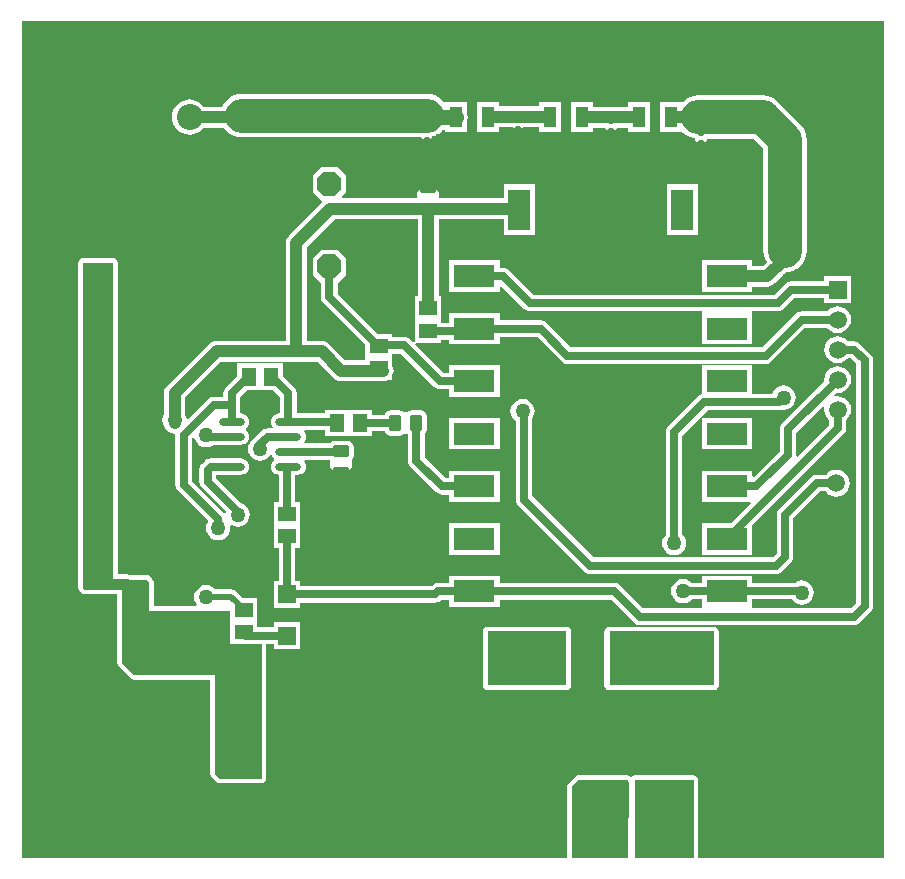
<source format=gtl>
G04 Layer_Physical_Order=1*
G04 Layer_Color=255*
%FSLAX25Y25*%
%MOIN*%
G70*
G01*
G75*
%ADD10R,0.05906X0.05118*%
%ADD11R,0.05118X0.05906*%
%ADD12R,0.05906X0.05906*%
G04:AMPARAMS|DCode=13|XSize=19.69mil|YSize=23.62mil|CornerRadius=1.97mil|HoleSize=0mil|Usage=FLASHONLY|Rotation=0.000|XOffset=0mil|YOffset=0mil|HoleType=Round|Shape=RoundedRectangle|*
%AMROUNDEDRECTD13*
21,1,0.01969,0.01969,0,0,0.0*
21,1,0.01575,0.02362,0,0,0.0*
1,1,0.00394,0.00787,-0.00984*
1,1,0.00394,-0.00787,-0.00984*
1,1,0.00394,-0.00787,0.00984*
1,1,0.00394,0.00787,0.00984*
%
%ADD13ROUNDEDRECTD13*%
G04:AMPARAMS|DCode=14|XSize=55.12mil|YSize=39.37mil|CornerRadius=4.92mil|HoleSize=0mil|Usage=FLASHONLY|Rotation=180.000|XOffset=0mil|YOffset=0mil|HoleType=Round|Shape=RoundedRectangle|*
%AMROUNDEDRECTD14*
21,1,0.05512,0.02953,0,0,180.0*
21,1,0.04528,0.03937,0,0,180.0*
1,1,0.00984,-0.02264,0.01476*
1,1,0.00984,0.02264,0.01476*
1,1,0.00984,0.02264,-0.01476*
1,1,0.00984,-0.02264,-0.01476*
%
%ADD14ROUNDEDRECTD14*%
G04:AMPARAMS|DCode=15|XSize=96.46mil|YSize=100.39mil|CornerRadius=9.65mil|HoleSize=0mil|Usage=FLASHONLY|Rotation=180.000|XOffset=0mil|YOffset=0mil|HoleType=Round|Shape=RoundedRectangle|*
%AMROUNDEDRECTD15*
21,1,0.09646,0.08110,0,0,180.0*
21,1,0.07717,0.10039,0,0,180.0*
1,1,0.01929,-0.03858,0.04055*
1,1,0.01929,0.03858,0.04055*
1,1,0.01929,0.03858,-0.04055*
1,1,0.01929,-0.03858,-0.04055*
%
%ADD15ROUNDEDRECTD15*%
%ADD16C,0.05000*%
%ADD17R,0.13780X0.07480*%
%ADD18R,0.07480X0.13780*%
%ADD19O,0.08661X0.02362*%
%ADD20R,0.04331X0.07087*%
%ADD21O,0.08000X0.13000*%
G04:AMPARAMS|DCode=22|XSize=130mil|YSize=80mil|CornerRadius=10mil|HoleSize=0mil|Usage=FLASHONLY|Rotation=90.000|XOffset=0mil|YOffset=0mil|HoleType=Round|Shape=RoundedRectangle|*
%AMROUNDEDRECTD22*
21,1,0.13000,0.06000,0,0,90.0*
21,1,0.11000,0.08000,0,0,90.0*
1,1,0.02000,0.03000,0.05500*
1,1,0.02000,0.03000,-0.05500*
1,1,0.02000,-0.03000,-0.05500*
1,1,0.02000,-0.03000,0.05500*
%
%ADD22ROUNDEDRECTD22*%
G04:AMPARAMS|DCode=23|XSize=55.12mil|YSize=39.37mil|CornerRadius=4.92mil|HoleSize=0mil|Usage=FLASHONLY|Rotation=270.000|XOffset=0mil|YOffset=0mil|HoleType=Round|Shape=RoundedRectangle|*
%AMROUNDEDRECTD23*
21,1,0.05512,0.02953,0,0,270.0*
21,1,0.04528,0.03937,0,0,270.0*
1,1,0.00984,-0.01476,-0.02264*
1,1,0.00984,-0.01476,0.02264*
1,1,0.00984,0.01476,0.02264*
1,1,0.00984,0.01476,-0.02264*
%
%ADD23ROUNDEDRECTD23*%
%ADD24C,0.02500*%
%ADD25C,0.01200*%
%ADD26C,0.03937*%
%ADD27C,0.05000*%
%ADD28C,0.11417*%
%ADD29C,0.02000*%
%ADD30R,0.26378X0.18110*%
%ADD31R,0.35039X0.18110*%
%ADD32P,0.08949X8X292.5*%
%ADD33O,0.11811X0.10236*%
%ADD34O,0.10236X0.11811*%
%ADD35C,0.05906*%
%ADD36C,0.06000*%
G04:AMPARAMS|DCode=37|XSize=60mil|YSize=60mil|CornerRadius=7.5mil|HoleSize=0mil|Usage=FLASHONLY|Rotation=90.000|XOffset=0mil|YOffset=0mil|HoleType=Round|Shape=RoundedRectangle|*
%AMROUNDEDRECTD37*
21,1,0.06000,0.04500,0,0,90.0*
21,1,0.04500,0.06000,0,0,90.0*
1,1,0.01500,0.02250,0.02250*
1,1,0.01500,0.02250,-0.02250*
1,1,0.01500,-0.02250,-0.02250*
1,1,0.01500,-0.02250,0.02250*
%
%ADD37ROUNDEDRECTD37*%
%ADD38C,0.08661*%
%ADD39C,0.19685*%
%ADD40C,0.02362*%
G36*
X1507500Y885000D02*
X1445529D01*
Y911000D01*
X1445413Y911585D01*
X1445081Y912081D01*
X1444585Y912413D01*
X1444000Y912529D01*
X1428637D01*
X1428500Y912547D01*
X1428363Y912529D01*
X1424500D01*
X1423915Y912413D01*
X1423601Y912204D01*
X1423081Y912081D01*
X1422585Y912413D01*
X1422000Y912529D01*
X1421599D01*
X1421500Y912549D01*
X1415500D01*
X1415401Y912529D01*
X1405500D01*
X1404915Y912413D01*
X1404419Y912081D01*
X1402419Y910081D01*
X1402087Y909585D01*
X1401971Y909000D01*
Y885000D01*
X1220500D01*
X1220000Y885500D01*
Y1164000D01*
X1507500D01*
Y885000D01*
D02*
G37*
G36*
X1444000D02*
X1424500D01*
Y911000D01*
X1444000D01*
Y885000D01*
D02*
G37*
G36*
X1422000D02*
X1403500D01*
Y909000D01*
X1405500Y911000D01*
X1422000D01*
Y885000D01*
D02*
G37*
%LPC*%
G36*
X1467000Y1139244D02*
X1467000Y1139244D01*
X1445500D01*
X1444087Y1139104D01*
X1442728Y1138692D01*
X1441476Y1138023D01*
X1440430Y1137165D01*
X1439980Y1137043D01*
X1439980Y1137043D01*
Y1137043D01*
X1439980Y1137043D01*
X1432650D01*
Y1126957D01*
X1439980D01*
X1439980Y1126957D01*
X1440430Y1126835D01*
X1441476Y1125977D01*
X1442728Y1125308D01*
X1444087Y1124896D01*
X1444421Y1124863D01*
X1444489Y1124761D01*
X1444532Y1124733D01*
Y1124213D01*
X1445024Y1123720D01*
X1447976D01*
X1448468Y1124213D01*
Y1124733D01*
X1448504Y1124757D01*
X1464000D01*
X1467257Y1121500D01*
Y1087500D01*
X1467396Y1086087D01*
X1467808Y1084728D01*
X1468321Y1083768D01*
X1467059Y1082506D01*
X1463591D01*
Y1084248D01*
X1446811D01*
Y1073768D01*
X1463591D01*
Y1075509D01*
X1468508D01*
X1469413Y1075629D01*
X1470257Y1075978D01*
X1470982Y1076534D01*
X1474726Y1080279D01*
X1475913Y1080396D01*
X1477272Y1080808D01*
X1478524Y1081477D01*
X1479622Y1082378D01*
X1480523Y1083476D01*
X1481192Y1084728D01*
X1481604Y1086087D01*
X1481744Y1087500D01*
Y1124500D01*
X1481744Y1124500D01*
X1481604Y1125913D01*
X1481192Y1127272D01*
X1480523Y1128524D01*
X1479622Y1129622D01*
X1479622Y1129622D01*
X1472122Y1137122D01*
X1471024Y1138023D01*
X1469772Y1138692D01*
X1468413Y1139104D01*
X1467000Y1139244D01*
D02*
G37*
G36*
X1399850Y1137043D02*
X1392520D01*
Y1135680D01*
X1378980D01*
Y1137043D01*
X1371650D01*
Y1126957D01*
X1378980D01*
Y1128683D01*
X1383561D01*
X1384024Y1128220D01*
X1386976D01*
X1387439Y1128683D01*
X1392520D01*
Y1126957D01*
X1399850D01*
Y1137043D01*
D02*
G37*
G36*
X1355000Y1139744D02*
X1293500D01*
X1292087Y1139604D01*
X1290728Y1139192D01*
X1289476Y1138523D01*
X1288378Y1137622D01*
X1287477Y1136524D01*
X1286929Y1135498D01*
X1280672D01*
X1280143Y1136143D01*
X1279255Y1136872D01*
X1278242Y1137413D01*
X1277143Y1137746D01*
X1276000Y1137859D01*
X1274857Y1137746D01*
X1273758Y1137413D01*
X1272745Y1136872D01*
X1271857Y1136143D01*
X1271128Y1135255D01*
X1270587Y1134242D01*
X1270254Y1133143D01*
X1270141Y1132000D01*
X1270254Y1130857D01*
X1270587Y1129758D01*
X1271128Y1128745D01*
X1271857Y1127857D01*
X1272745Y1127129D01*
X1273758Y1126587D01*
X1274857Y1126254D01*
X1276000Y1126141D01*
X1277143Y1126254D01*
X1278242Y1126587D01*
X1279255Y1127129D01*
X1280143Y1127857D01*
X1280672Y1128502D01*
X1287463D01*
X1287477Y1128476D01*
X1288378Y1127378D01*
X1289476Y1126477D01*
X1290728Y1125808D01*
X1292087Y1125396D01*
X1293500Y1125257D01*
X1353032D01*
Y1125213D01*
X1353524Y1124720D01*
X1356476D01*
X1356968Y1125213D01*
Y1125564D01*
X1357772Y1125808D01*
X1359024Y1126477D01*
X1360122Y1127378D01*
X1360520Y1127863D01*
X1361020Y1127684D01*
Y1126957D01*
X1368350D01*
Y1130394D01*
X1368523Y1130756D01*
X1368542Y1130859D01*
X1368582Y1130956D01*
X1368637Y1131376D01*
X1368714Y1131792D01*
X1368706Y1131896D01*
X1368720Y1132000D01*
X1368664Y1132420D01*
X1368631Y1132842D01*
X1368596Y1132940D01*
X1368582Y1133044D01*
X1368420Y1133436D01*
X1368350Y1133632D01*
Y1137043D01*
X1361020D01*
Y1137043D01*
X1360693Y1136926D01*
X1360122Y1137622D01*
X1359024Y1138523D01*
X1357772Y1139192D01*
X1356413Y1139604D01*
X1355000Y1139744D01*
D02*
G37*
G36*
X1429350Y1137043D02*
X1422020D01*
Y1135498D01*
X1410480D01*
Y1137043D01*
X1403150D01*
Y1126957D01*
X1410480D01*
Y1128502D01*
X1414532D01*
Y1128213D01*
X1415024Y1127721D01*
X1417976D01*
X1418468Y1128213D01*
Y1128502D01*
X1422020D01*
Y1126957D01*
X1429350D01*
Y1137043D01*
D02*
G37*
G36*
X1445484Y1109543D02*
X1435004D01*
Y1092764D01*
X1445484D01*
Y1109543D01*
D02*
G37*
G36*
X1325459Y1115413D02*
X1319825D01*
X1317008Y1112597D01*
Y1106963D01*
X1319825Y1104146D01*
X1319991D01*
X1320198Y1103646D01*
X1309026Y1092474D01*
X1308470Y1091749D01*
X1308121Y1090905D01*
X1308061Y1090453D01*
X1308002Y1090000D01*
Y1057498D01*
X1285000D01*
X1284095Y1057379D01*
X1283251Y1057030D01*
X1282526Y1056474D01*
X1268526Y1042474D01*
X1267970Y1041749D01*
X1267621Y1040905D01*
X1267561Y1040453D01*
X1267502Y1040000D01*
Y1033007D01*
X1267103Y1032044D01*
X1266965Y1031000D01*
X1267103Y1029956D01*
X1267506Y1028983D01*
X1267856Y1028526D01*
X1267970Y1028251D01*
X1268526Y1027526D01*
X1269251Y1026970D01*
X1270094Y1026621D01*
X1271000Y1026502D01*
X1271258Y1026243D01*
X1271226Y1026000D01*
Y1009500D01*
X1271321Y1008782D01*
X1271598Y1008113D01*
X1272039Y1007539D01*
X1282247Y997331D01*
X1282006Y997017D01*
X1281603Y996044D01*
X1281466Y995000D01*
X1281603Y993956D01*
X1282006Y992983D01*
X1282647Y992147D01*
X1283483Y991506D01*
X1284456Y991103D01*
X1285500Y990965D01*
X1286544Y991103D01*
X1287517Y991506D01*
X1288353Y992147D01*
X1288994Y992983D01*
X1289397Y993956D01*
X1289534Y995000D01*
X1289429Y995801D01*
X1289898Y996071D01*
X1289983Y996006D01*
X1290956Y995603D01*
X1292000Y995465D01*
X1293044Y995603D01*
X1294017Y996006D01*
X1294853Y996647D01*
X1295494Y997483D01*
X1295897Y998456D01*
X1296035Y999500D01*
X1295897Y1000544D01*
X1295494Y1001517D01*
X1294853Y1002353D01*
X1294017Y1002994D01*
X1293044Y1003397D01*
X1293023Y1003400D01*
X1284774Y1011649D01*
Y1012726D01*
X1290051D01*
X1290579Y1012796D01*
X1293201D01*
X1293901Y1012888D01*
X1294553Y1013158D01*
X1295113Y1013588D01*
X1295543Y1014148D01*
X1295813Y1014800D01*
X1295905Y1015500D01*
X1295813Y1016200D01*
X1295543Y1016852D01*
X1295113Y1017412D01*
X1294553Y1017842D01*
X1293901Y1018112D01*
X1293201Y1018204D01*
X1290579D01*
X1290051Y1018274D01*
X1283000D01*
X1282282Y1018179D01*
X1281613Y1017902D01*
X1281039Y1017461D01*
X1280039Y1016461D01*
X1279598Y1015887D01*
X1279321Y1015218D01*
X1279226Y1014500D01*
Y1010500D01*
X1279321Y1009782D01*
X1279598Y1009113D01*
X1280039Y1008539D01*
X1288084Y1000494D01*
X1287996Y1000023D01*
X1287513Y999894D01*
X1287461Y999961D01*
X1276774Y1010649D01*
Y1024851D01*
X1277119Y1025196D01*
X1277592Y1025036D01*
X1277603Y1024956D01*
X1278006Y1023983D01*
X1278647Y1023147D01*
X1279483Y1022506D01*
X1280456Y1022103D01*
X1281500Y1021966D01*
X1282544Y1022103D01*
X1283517Y1022506D01*
X1283804Y1022726D01*
X1290051D01*
X1290579Y1022796D01*
X1293201D01*
X1293901Y1022888D01*
X1294553Y1023158D01*
X1295113Y1023588D01*
X1295543Y1024148D01*
X1295813Y1024800D01*
X1295905Y1025500D01*
X1295813Y1026200D01*
X1295543Y1026852D01*
X1295113Y1027412D01*
X1294743Y1027696D01*
X1294709Y1027778D01*
Y1028222D01*
X1294743Y1028304D01*
X1295113Y1028588D01*
X1295543Y1029148D01*
X1295813Y1029800D01*
X1295905Y1030500D01*
X1295813Y1031200D01*
X1295543Y1031852D01*
X1295113Y1032412D01*
X1294553Y1032842D01*
X1293901Y1033112D01*
X1293201Y1033204D01*
X1292825D01*
Y1038839D01*
X1295033Y1041047D01*
X1303967D01*
X1306175Y1038839D01*
Y1033204D01*
X1305799D01*
X1305099Y1033112D01*
X1304447Y1032842D01*
X1303887Y1032412D01*
X1303457Y1031852D01*
X1303187Y1031200D01*
X1303095Y1030500D01*
X1303187Y1029800D01*
X1303457Y1029148D01*
X1303744Y1028774D01*
X1303507Y1028274D01*
X1302000D01*
X1301282Y1028179D01*
X1300613Y1027902D01*
X1300039Y1027461D01*
X1297634Y1025057D01*
X1297483Y1024994D01*
X1296647Y1024353D01*
X1296006Y1023517D01*
X1295603Y1022544D01*
X1295465Y1021500D01*
X1295603Y1020456D01*
X1296006Y1019483D01*
X1296647Y1018647D01*
X1297483Y1018006D01*
X1298456Y1017603D01*
X1299500Y1017465D01*
X1300544Y1017603D01*
X1301517Y1018006D01*
X1302353Y1018647D01*
X1302853Y1019299D01*
X1303400Y1019258D01*
X1303415Y1019250D01*
X1303457Y1019148D01*
X1303887Y1018588D01*
X1304257Y1018304D01*
X1304290Y1018222D01*
Y1017778D01*
X1304257Y1017696D01*
X1303887Y1017412D01*
X1303457Y1016852D01*
X1303187Y1016200D01*
X1303095Y1015500D01*
X1303187Y1014800D01*
X1303457Y1014148D01*
X1303887Y1013588D01*
X1304447Y1013158D01*
X1305099Y1012888D01*
X1305726Y1012805D01*
Y1003799D01*
X1304047D01*
Y995681D01*
Y988201D01*
X1305726D01*
Y977343D01*
X1304047D01*
Y968437D01*
X1312953D01*
Y970116D01*
X1357890D01*
X1358608Y970210D01*
X1359277Y970488D01*
X1359851Y970928D01*
X1360039Y971116D01*
X1362559D01*
Y968650D01*
X1379339D01*
Y971116D01*
X1416461D01*
X1424039Y963539D01*
X1424613Y963098D01*
X1425282Y962821D01*
X1426000Y962726D01*
X1497500D01*
X1498218Y962821D01*
X1498887Y963098D01*
X1499461Y963539D01*
X1502961Y967039D01*
X1503402Y967613D01*
X1503679Y968282D01*
X1503774Y969000D01*
Y1051000D01*
X1503679Y1051718D01*
X1503402Y1052387D01*
X1502961Y1052961D01*
X1499461Y1056461D01*
X1498887Y1056902D01*
X1498218Y1057179D01*
X1497500Y1057274D01*
X1495484D01*
X1495176Y1057676D01*
X1494246Y1058389D01*
X1493162Y1058838D01*
X1492000Y1058991D01*
X1490838Y1058838D01*
X1489754Y1058389D01*
X1488824Y1057676D01*
X1488111Y1056746D01*
X1487662Y1055662D01*
X1487509Y1054500D01*
X1487662Y1053338D01*
X1488111Y1052254D01*
X1488824Y1051324D01*
X1489754Y1050611D01*
X1490838Y1050162D01*
X1492000Y1050009D01*
X1493162Y1050162D01*
X1494246Y1050611D01*
X1495176Y1051324D01*
X1495484Y1051726D01*
X1496351D01*
X1498226Y1049851D01*
Y970149D01*
X1496351Y968274D01*
X1463890D01*
X1463591Y968650D01*
X1463591Y968774D01*
Y971226D01*
X1476703D01*
X1477147Y970647D01*
X1477983Y970006D01*
X1478956Y969603D01*
X1480000Y969466D01*
X1481044Y969603D01*
X1482017Y970006D01*
X1482853Y970647D01*
X1483494Y971483D01*
X1483897Y972456D01*
X1484035Y973500D01*
X1483897Y974544D01*
X1483494Y975517D01*
X1482853Y976353D01*
X1482017Y976994D01*
X1481044Y977397D01*
X1480000Y977534D01*
X1478956Y977397D01*
X1477983Y976994D01*
X1477696Y976774D01*
X1463591D01*
Y979130D01*
X1446811D01*
Y976774D01*
X1443414D01*
X1443353Y976853D01*
X1442517Y977494D01*
X1441544Y977897D01*
X1440500Y978034D01*
X1439456Y977897D01*
X1438483Y977494D01*
X1437647Y976853D01*
X1437006Y976017D01*
X1436603Y975044D01*
X1436465Y974000D01*
X1436603Y972956D01*
X1437006Y971983D01*
X1437647Y971147D01*
X1438483Y970506D01*
X1439456Y970103D01*
X1440500Y969965D01*
X1441544Y970103D01*
X1442517Y970506D01*
X1443353Y971147D01*
X1443414Y971226D01*
X1446811D01*
Y968774D01*
X1446811Y968650D01*
X1446511Y968274D01*
X1427149D01*
X1419572Y975851D01*
X1418997Y976292D01*
X1418328Y976569D01*
X1417610Y976663D01*
X1379339D01*
Y979130D01*
X1362559D01*
Y976663D01*
X1358890D01*
X1358172Y976569D01*
X1357503Y976292D01*
X1356928Y975851D01*
X1356741Y975663D01*
X1312953D01*
Y977343D01*
X1311274D01*
Y988201D01*
X1312953D01*
Y995681D01*
Y1003799D01*
X1311274D01*
Y1012796D01*
X1312098D01*
X1312798Y1012888D01*
X1313451Y1013158D01*
X1314011Y1013588D01*
X1314440Y1014148D01*
X1314711Y1014800D01*
X1314803Y1015500D01*
X1314711Y1016200D01*
X1314440Y1016852D01*
X1314153Y1017226D01*
X1314390Y1017726D01*
X1322736D01*
X1322800Y1017631D01*
X1322957Y1017526D01*
Y1015130D01*
X1323744Y1014342D01*
X1329256D01*
X1330043Y1015130D01*
Y1017526D01*
X1330200Y1017631D01*
X1330640Y1018290D01*
X1330795Y1019067D01*
Y1022020D01*
X1330640Y1022797D01*
X1330200Y1023456D01*
X1329541Y1023896D01*
X1328764Y1024051D01*
X1324236D01*
X1323459Y1023896D01*
X1322800Y1023456D01*
X1322678Y1023274D01*
X1314390D01*
X1314153Y1023774D01*
X1314440Y1024148D01*
X1314711Y1024800D01*
X1314803Y1025500D01*
X1314711Y1026200D01*
X1314440Y1026852D01*
X1314153Y1027226D01*
X1314390Y1027726D01*
X1321201D01*
Y1025547D01*
X1336799D01*
Y1027226D01*
X1341051D01*
X1341104Y1026959D01*
X1341544Y1026300D01*
X1342203Y1025860D01*
X1342980Y1025705D01*
X1345933D01*
X1346710Y1025860D01*
X1347369Y1026300D01*
X1347474Y1026457D01*
X1348526D01*
X1348631Y1026300D01*
X1348770Y1026207D01*
Y1017457D01*
X1348864Y1016739D01*
X1349141Y1016070D01*
X1349582Y1015495D01*
X1358109Y1006968D01*
X1358684Y1006527D01*
X1359353Y1006250D01*
X1360071Y1006155D01*
X1362559D01*
Y1003689D01*
X1379339D01*
Y1014169D01*
X1362559D01*
Y1011703D01*
X1361220D01*
X1354317Y1018606D01*
Y1026207D01*
X1354456Y1026300D01*
X1354896Y1026959D01*
X1355051Y1027736D01*
Y1032264D01*
X1354896Y1033041D01*
X1354456Y1033700D01*
X1353797Y1034140D01*
X1353020Y1034295D01*
X1350067D01*
X1349290Y1034140D01*
X1348631Y1033700D01*
X1348526Y1033543D01*
X1347474D01*
X1347369Y1033700D01*
X1346710Y1034140D01*
X1345933Y1034295D01*
X1342980D01*
X1342203Y1034140D01*
X1341544Y1033700D01*
X1341104Y1033041D01*
X1341051Y1032774D01*
X1336799D01*
Y1034453D01*
X1321201D01*
Y1033274D01*
X1311723D01*
Y1039988D01*
X1311628Y1040706D01*
X1311351Y1041375D01*
X1310910Y1041949D01*
X1307299Y1045560D01*
Y1049953D01*
X1291701D01*
Y1045560D01*
X1288090Y1041949D01*
X1287649Y1041375D01*
X1287372Y1040706D01*
X1287277Y1039988D01*
Y1038774D01*
X1284000D01*
X1283282Y1038679D01*
X1282613Y1038402D01*
X1282039Y1037961D01*
X1275485Y1031408D01*
X1274957Y1031587D01*
X1274897Y1032044D01*
X1274498Y1033007D01*
Y1038551D01*
X1286449Y1050502D01*
X1318551D01*
X1324026Y1045026D01*
X1324751Y1044470D01*
X1325595Y1044121D01*
X1326500Y1044002D01*
X1340563D01*
X1341468Y1044121D01*
X1341662Y1044201D01*
X1343453D01*
Y1045568D01*
X1343593Y1045751D01*
X1343942Y1046595D01*
X1344061Y1047500D01*
X1343942Y1048405D01*
X1343593Y1049249D01*
X1343453Y1049432D01*
Y1053163D01*
X1346414D01*
X1357570Y1042007D01*
X1358145Y1041566D01*
X1358814Y1041289D01*
X1359531Y1041195D01*
X1362559D01*
Y1038728D01*
X1379339D01*
Y1049209D01*
X1362559D01*
Y1046742D01*
X1360680D01*
X1351222Y1056201D01*
X1351429Y1056701D01*
X1359953D01*
Y1057789D01*
X1362559D01*
Y1056248D01*
X1379339D01*
Y1058714D01*
X1391839D01*
X1400015Y1050539D01*
X1400590Y1050098D01*
X1401258Y1049821D01*
X1401976Y1049726D01*
X1468000D01*
X1468718Y1049821D01*
X1469387Y1050098D01*
X1469961Y1050539D01*
X1481149Y1061726D01*
X1488516D01*
X1488824Y1061324D01*
X1489754Y1060610D01*
X1490838Y1060162D01*
X1492000Y1060009D01*
X1493162Y1060162D01*
X1494246Y1060610D01*
X1495176Y1061324D01*
X1495889Y1062254D01*
X1496338Y1063338D01*
X1496491Y1064500D01*
X1496338Y1065662D01*
X1495889Y1066746D01*
X1495176Y1067676D01*
X1494246Y1068390D01*
X1493162Y1068838D01*
X1492000Y1068991D01*
X1490838Y1068838D01*
X1489754Y1068390D01*
X1488824Y1067676D01*
X1488516Y1067274D01*
X1480000D01*
X1479282Y1067179D01*
X1478613Y1066902D01*
X1478039Y1066461D01*
X1466851Y1055274D01*
X1403125D01*
X1394950Y1063449D01*
X1394375Y1063890D01*
X1393706Y1064167D01*
X1392988Y1064262D01*
X1379339D01*
Y1066728D01*
X1362559D01*
Y1063337D01*
X1359953D01*
Y1064181D01*
Y1072299D01*
X1358998D01*
Y1097958D01*
X1380673D01*
Y1092764D01*
X1391153D01*
Y1109543D01*
X1380673D01*
Y1104955D01*
X1359043D01*
Y1106870D01*
X1358256Y1107658D01*
X1352744D01*
X1351957Y1106870D01*
Y1104955D01*
X1326921D01*
X1326730Y1105417D01*
X1328276Y1106963D01*
Y1112597D01*
X1325459Y1115413D01*
D02*
G37*
G36*
X1379339Y1084248D02*
X1362559D01*
Y1073768D01*
X1379339D01*
Y1075532D01*
X1379839Y1075739D01*
X1387539Y1068039D01*
X1388113Y1067598D01*
X1388782Y1067321D01*
X1389500Y1067226D01*
X1446806D01*
X1446811Y1066728D01*
X1446811Y1066726D01*
Y1056248D01*
X1463591D01*
Y1066726D01*
X1463591Y1066728D01*
X1463596Y1067226D01*
X1472000D01*
X1472718Y1067321D01*
X1473387Y1067598D01*
X1473961Y1068039D01*
X1477649Y1071726D01*
X1487547D01*
Y1070047D01*
X1496453D01*
Y1078953D01*
X1487547D01*
Y1077274D01*
X1476500D01*
X1475782Y1077179D01*
X1475113Y1076902D01*
X1474539Y1076461D01*
X1470851Y1072774D01*
X1390649D01*
X1382453Y1080969D01*
X1381879Y1081410D01*
X1381210Y1081687D01*
X1380492Y1081782D01*
X1379339D01*
Y1084248D01*
D02*
G37*
G36*
X1492000Y1048991D02*
X1490838Y1048838D01*
X1489754Y1048390D01*
X1488824Y1047676D01*
X1488111Y1046746D01*
X1487662Y1045662D01*
X1487509Y1044500D01*
X1487575Y1043998D01*
X1473539Y1029961D01*
X1473098Y1029387D01*
X1472821Y1028718D01*
X1472726Y1028000D01*
Y1020649D01*
X1464091Y1012013D01*
X1463591Y1012220D01*
Y1014169D01*
X1446811D01*
Y1003689D01*
X1462904D01*
X1463096Y1003227D01*
X1456518Y996650D01*
X1446811D01*
Y986169D01*
X1463591D01*
Y995877D01*
X1493961Y1026247D01*
X1494402Y1026822D01*
X1494679Y1027491D01*
X1494774Y1028209D01*
Y1031016D01*
X1495176Y1031324D01*
X1495889Y1032254D01*
X1496338Y1033338D01*
X1496491Y1034500D01*
X1496338Y1035662D01*
X1495889Y1036746D01*
X1495176Y1037676D01*
X1494246Y1038389D01*
X1493162Y1038838D01*
X1492000Y1038991D01*
X1490988Y1038858D01*
X1490735Y1039312D01*
X1491498Y1040075D01*
X1492000Y1040009D01*
X1493162Y1040162D01*
X1494246Y1040611D01*
X1495176Y1041324D01*
X1495889Y1042254D01*
X1496338Y1043338D01*
X1496491Y1044500D01*
X1496338Y1045662D01*
X1495889Y1046746D01*
X1495176Y1047676D01*
X1494246Y1048390D01*
X1493162Y1048838D01*
X1492000Y1048991D01*
D02*
G37*
G36*
X1463591Y1049209D02*
X1446811D01*
Y1039683D01*
X1446782Y1039679D01*
X1446113Y1039402D01*
X1445539Y1038961D01*
X1435539Y1028961D01*
X1435098Y1028387D01*
X1434821Y1027718D01*
X1434726Y1027000D01*
Y992914D01*
X1434647Y992853D01*
X1434006Y992017D01*
X1433603Y991044D01*
X1433465Y990000D01*
X1433603Y988956D01*
X1434006Y987983D01*
X1434647Y987147D01*
X1435483Y986506D01*
X1436456Y986103D01*
X1437500Y985966D01*
X1438544Y986103D01*
X1439517Y986506D01*
X1440353Y987147D01*
X1440994Y987983D01*
X1441397Y988956D01*
X1441535Y990000D01*
X1441397Y991044D01*
X1440994Y992017D01*
X1440353Y992853D01*
X1440274Y992914D01*
Y1025851D01*
X1446452Y1032029D01*
X1446811Y1031681D01*
X1446811Y1031192D01*
Y1021209D01*
X1463591D01*
Y1031689D01*
X1447311D01*
X1446819Y1031689D01*
X1446471Y1032048D01*
X1448649Y1034226D01*
X1472500D01*
X1473218Y1034321D01*
X1473672Y1034509D01*
X1474000Y1034466D01*
X1475044Y1034603D01*
X1476017Y1035006D01*
X1476853Y1035647D01*
X1477494Y1036483D01*
X1477897Y1037456D01*
X1478034Y1038500D01*
X1477897Y1039544D01*
X1477494Y1040517D01*
X1476853Y1041353D01*
X1476017Y1041994D01*
X1475044Y1042397D01*
X1474000Y1042535D01*
X1472956Y1042397D01*
X1471983Y1041994D01*
X1471147Y1041353D01*
X1470506Y1040517D01*
X1470198Y1039774D01*
X1463591D01*
Y1049209D01*
D02*
G37*
G36*
X1379339Y1031689D02*
X1362559D01*
Y1021209D01*
X1379339D01*
Y1031689D01*
D02*
G37*
G36*
X1387000Y1038035D02*
X1385956Y1037897D01*
X1384983Y1037494D01*
X1384147Y1036853D01*
X1383506Y1036017D01*
X1383103Y1035044D01*
X1382965Y1034000D01*
X1383103Y1032956D01*
X1383506Y1031983D01*
X1384147Y1031147D01*
X1384726Y1030703D01*
Y1004500D01*
X1384821Y1003782D01*
X1385098Y1003113D01*
X1385539Y1002539D01*
X1407539Y980539D01*
X1408113Y980098D01*
X1408782Y979821D01*
X1409500Y979726D01*
X1471500D01*
X1472218Y979821D01*
X1472887Y980098D01*
X1473461Y980539D01*
X1476461Y983539D01*
X1476902Y984113D01*
X1477179Y984782D01*
X1477274Y985500D01*
Y998351D01*
X1486149Y1007226D01*
X1488016D01*
X1488324Y1006824D01*
X1489254Y1006110D01*
X1490338Y1005662D01*
X1491500Y1005509D01*
X1492662Y1005662D01*
X1493746Y1006110D01*
X1494676Y1006824D01*
X1495389Y1007754D01*
X1495838Y1008838D01*
X1495991Y1010000D01*
X1495838Y1011162D01*
X1495389Y1012246D01*
X1494676Y1013176D01*
X1493746Y1013890D01*
X1492662Y1014338D01*
X1491500Y1014491D01*
X1490338Y1014338D01*
X1489254Y1013890D01*
X1488324Y1013176D01*
X1488016Y1012774D01*
X1485000D01*
X1484282Y1012679D01*
X1483613Y1012402D01*
X1483039Y1011961D01*
X1472539Y1001461D01*
X1472098Y1000887D01*
X1471821Y1000218D01*
X1471726Y999500D01*
Y986649D01*
X1470351Y985274D01*
X1410649D01*
X1390274Y1005649D01*
Y1031696D01*
X1390494Y1031983D01*
X1390897Y1032956D01*
X1391035Y1034000D01*
X1390897Y1035044D01*
X1390494Y1036017D01*
X1389853Y1036853D01*
X1389017Y1037494D01*
X1388044Y1037897D01*
X1387000Y1038035D01*
D02*
G37*
G36*
X1379339Y996650D02*
X1362559D01*
Y986169D01*
X1379339D01*
Y996650D01*
D02*
G37*
G36*
X1250500Y1085029D02*
X1240500D01*
X1239915Y1084913D01*
X1239419Y1084581D01*
X1239087Y1084085D01*
X1238971Y1083500D01*
Y975000D01*
X1239087Y974415D01*
X1239419Y973919D01*
X1239919Y973419D01*
X1240415Y973087D01*
X1241000Y972971D01*
X1251971D01*
Y967500D01*
Y950000D01*
X1252087Y949415D01*
X1252419Y948919D01*
X1256419Y944919D01*
X1256915Y944587D01*
X1257500Y944471D01*
X1282971D01*
Y913000D01*
X1283087Y912415D01*
X1283419Y911919D01*
X1284919Y910419D01*
X1285415Y910087D01*
X1286000Y909971D01*
X1300000D01*
X1300585Y910087D01*
X1301081Y910419D01*
X1301413Y910915D01*
X1301529Y911500D01*
Y956336D01*
X1304047D01*
Y954657D01*
X1312953D01*
Y963563D01*
X1304047D01*
Y961884D01*
X1298453D01*
Y963681D01*
Y971799D01*
X1293743D01*
X1291739Y973802D01*
X1290913Y974355D01*
X1289937Y974549D01*
X1284586D01*
X1284353Y974853D01*
X1283517Y975494D01*
X1282544Y975897D01*
X1281500Y976035D01*
X1280456Y975897D01*
X1279483Y975494D01*
X1278647Y974853D01*
X1278006Y974017D01*
X1277603Y973044D01*
X1277466Y972000D01*
X1277603Y970956D01*
X1278006Y969983D01*
X1278354Y969529D01*
X1278107Y969029D01*
X1264029D01*
Y977000D01*
X1263913Y977585D01*
X1263581Y978081D01*
X1262740Y978923D01*
X1262244Y979255D01*
X1261658Y979371D01*
X1256292D01*
X1255643Y979500D01*
X1255493D01*
X1255345Y979529D01*
X1252029D01*
Y1083500D01*
X1251913Y1084085D01*
X1251581Y1084581D01*
X1251085Y1084913D01*
X1250500Y1085029D01*
D02*
G37*
G36*
X1450870Y962132D02*
X1415831D01*
X1415245Y962015D01*
X1414749Y961684D01*
X1414418Y961188D01*
X1414301Y960602D01*
Y942492D01*
X1414418Y941907D01*
X1414749Y941411D01*
X1415245Y941079D01*
X1415831Y940963D01*
X1450870D01*
X1451455Y941079D01*
X1451952Y941411D01*
X1452283Y941907D01*
X1452400Y942492D01*
Y960602D01*
X1452283Y961188D01*
X1451952Y961684D01*
X1451455Y962015D01*
X1450870Y962132D01*
D02*
G37*
G36*
X1401657D02*
X1375280D01*
X1374694Y962015D01*
X1374198Y961684D01*
X1373867Y961188D01*
X1373750Y960602D01*
Y942492D01*
X1373867Y941907D01*
X1374198Y941411D01*
X1374694Y941079D01*
X1375280Y940963D01*
X1401657D01*
X1402243Y941079D01*
X1402739Y941411D01*
X1403070Y941907D01*
X1403187Y942492D01*
Y960602D01*
X1403070Y961188D01*
X1402739Y961684D01*
X1402243Y962015D01*
X1401657Y962132D01*
D02*
G37*
%LPD*%
G36*
X1352002Y1072299D02*
X1351047D01*
Y1064181D01*
Y1057082D01*
X1350547Y1056875D01*
X1349524Y1057898D01*
X1348950Y1058339D01*
X1348281Y1058616D01*
X1347563Y1058711D01*
X1343453D01*
Y1059799D01*
X1338623D01*
X1325416Y1073007D01*
Y1076587D01*
X1325459D01*
X1328276Y1079403D01*
Y1085037D01*
X1325459Y1087854D01*
X1319825D01*
X1317008Y1085037D01*
Y1079403D01*
X1319825Y1076587D01*
X1319868D01*
Y1071858D01*
X1319963Y1071140D01*
X1320240Y1070471D01*
X1320680Y1069897D01*
X1334547Y1056030D01*
Y1050998D01*
X1327949D01*
X1322474Y1056474D01*
X1321749Y1057030D01*
X1320905Y1057379D01*
X1320453Y1057439D01*
X1320000Y1057498D01*
X1314998D01*
Y1088551D01*
X1324406Y1097958D01*
X1352002D01*
Y1072299D01*
D02*
G37*
G36*
X1487642Y1035512D02*
X1487509Y1034500D01*
X1487662Y1033338D01*
X1488111Y1032254D01*
X1488824Y1031324D01*
X1489226Y1031016D01*
Y1029358D01*
X1478689Y1018820D01*
X1478215Y1019053D01*
X1478274Y1019500D01*
Y1026851D01*
X1487188Y1035765D01*
X1487642Y1035512D01*
D02*
G37*
G36*
X1250500Y978000D02*
X1255345D01*
X1256142Y977841D01*
X1261658D01*
X1262500Y977000D01*
Y967500D01*
X1289547D01*
Y963681D01*
Y956201D01*
X1298453D01*
Y956336D01*
X1300000D01*
Y911500D01*
X1286000D01*
X1285500Y912000D01*
X1284500Y913000D01*
Y946000D01*
X1257500D01*
X1253500Y950000D01*
Y967500D01*
Y974500D01*
X1241000D01*
X1240500Y975000D01*
Y1083500D01*
X1250500D01*
Y978000D01*
D02*
G37*
D10*
X1308500Y992260D02*
D03*
Y999740D02*
D03*
X1355500Y1060760D02*
D03*
Y1068240D02*
D03*
X1339000Y1055740D02*
D03*
Y1048260D02*
D03*
X1294000Y967740D02*
D03*
Y960260D02*
D03*
D11*
X1325260Y1030000D02*
D03*
X1332740D02*
D03*
X1295760Y1045500D02*
D03*
X1303240D02*
D03*
D12*
X1308500Y959110D02*
D03*
Y972890D02*
D03*
X1491500Y1000000D02*
D03*
X1492000Y1074500D02*
D03*
D13*
X1446500Y1123032D02*
D03*
Y1126968D02*
D03*
X1416500Y1127032D02*
D03*
Y1130968D02*
D03*
X1355000Y1124032D02*
D03*
Y1127969D02*
D03*
X1385500Y1127532D02*
D03*
Y1131468D02*
D03*
D14*
X1355500Y1108543D02*
D03*
Y1101457D02*
D03*
X1326500Y1020543D02*
D03*
Y1013457D02*
D03*
D15*
X1260000Y984409D02*
D03*
Y960591D02*
D03*
X1280000Y983909D02*
D03*
Y960091D02*
D03*
D16*
X1480000Y973500D02*
D03*
X1446500Y1118000D02*
D03*
X1416500Y1121000D02*
D03*
X1385500D02*
D03*
X1355000Y1118000D02*
D03*
X1292000Y999500D02*
D03*
X1285500Y995000D02*
D03*
X1440500Y974000D02*
D03*
X1437500Y990000D02*
D03*
X1474000Y1038500D02*
D03*
X1387000Y1034000D02*
D03*
X1299500Y1021500D02*
D03*
X1271000Y1031000D02*
D03*
X1281500Y1026000D02*
D03*
X1245000Y1038500D02*
D03*
Y1080500D02*
D03*
X1245500Y993000D02*
D03*
X1281500Y972000D02*
D03*
D17*
X1455201Y1079008D02*
D03*
X1455201Y1061488D02*
D03*
Y1043968D02*
D03*
Y1026449D02*
D03*
Y1008929D02*
D03*
Y991409D02*
D03*
Y973890D02*
D03*
X1370949D02*
D03*
Y991409D02*
D03*
Y1008929D02*
D03*
Y1026449D02*
D03*
Y1043968D02*
D03*
Y1061488D02*
D03*
X1370949Y1079008D02*
D03*
D18*
X1385913Y1101153D02*
D03*
X1404020D02*
D03*
X1422134D02*
D03*
X1440244D02*
D03*
D19*
X1290051Y1030500D02*
D03*
Y1025500D02*
D03*
Y1020500D02*
D03*
Y1015500D02*
D03*
X1308949Y1030500D02*
D03*
Y1025500D02*
D03*
Y1020500D02*
D03*
Y1015500D02*
D03*
D20*
X1375315Y1132000D02*
D03*
X1364685D02*
D03*
X1436315D02*
D03*
X1425685D02*
D03*
X1406815D02*
D03*
X1396185D02*
D03*
D21*
X1428500Y904500D02*
D03*
D22*
X1418500D02*
D03*
D23*
X1344457Y1030000D02*
D03*
X1351543D02*
D03*
D24*
X1284000Y1036000D02*
X1290051D01*
X1274000Y1026000D02*
X1284000Y1036000D01*
X1294953Y959110D02*
X1308500D01*
X1294000Y960063D02*
X1294953Y959110D01*
X1351543Y1017457D02*
Y1030000D01*
Y1017457D02*
X1360071Y1008929D01*
X1370949D01*
X1285500Y995000D02*
Y998000D01*
X1282000Y1010500D02*
X1292000Y1000500D01*
X1282000Y1010500D02*
Y1014500D01*
X1283000Y1015500D01*
X1290051D01*
X1274000Y1009500D02*
X1285500Y998000D01*
X1274000Y1009500D02*
Y1026000D01*
X1370949Y1079008D02*
X1380492D01*
X1389500Y1070000D01*
X1472000D01*
X1476500Y1074500D01*
X1492000D01*
X1392988Y1061488D02*
X1401976Y1052500D01*
X1468000D01*
X1480000Y1064500D01*
X1359531Y1043968D02*
X1370949D01*
X1347563Y1055937D02*
X1359531Y1043968D01*
X1322642Y1071858D02*
X1338563Y1055937D01*
X1322642Y1071858D02*
Y1082220D01*
X1480000Y1064500D02*
X1492000D01*
X1370024Y1060563D02*
X1370949Y1061488D01*
X1392988D01*
X1492000Y1054500D02*
X1497500D01*
X1501000Y1051000D01*
Y969000D02*
Y1051000D01*
X1497500Y965500D02*
X1501000Y969000D01*
X1426000Y965500D02*
X1497500D01*
X1417610Y973890D02*
X1426000Y965500D01*
X1370949Y973890D02*
X1417610D01*
X1479500Y974000D02*
X1480000Y973500D01*
X1437500Y990000D02*
Y1027000D01*
X1447500Y1037000D01*
X1472500D01*
X1474000Y1038500D01*
X1475500Y1028000D02*
X1492000Y1044500D01*
X1475500Y1019500D02*
Y1028000D01*
X1464929Y1008929D02*
X1475500Y1019500D01*
X1455201Y1008929D02*
X1464929D01*
X1455201Y991409D02*
X1492000Y1028209D01*
Y1034500D01*
X1474500Y985500D02*
Y999500D01*
X1471500Y982500D02*
X1474500Y985500D01*
X1409500Y982500D02*
X1471500D01*
X1387500Y1004500D02*
X1409500Y982500D01*
X1474500Y999500D02*
X1485000Y1010000D01*
X1491500D01*
X1358890Y973890D02*
X1370949D01*
X1357890Y972890D02*
X1358890Y973890D01*
X1308500Y972890D02*
X1357890D01*
X1308500D02*
Y992063D01*
Y1015051D02*
X1308949Y1015500D01*
X1308500Y999937D02*
Y1015051D01*
X1299500Y1021500D02*
Y1023000D01*
X1302000Y1025500D01*
X1308949D01*
X1326457Y1020500D02*
X1326500Y1020543D01*
X1308949Y1020500D02*
X1326457D01*
X1332937Y1030000D02*
X1344457D01*
X1324563Y1030500D02*
X1325063Y1030000D01*
X1308949Y1030500D02*
X1324563D01*
X1303437Y1045500D02*
X1308949Y1039988D01*
Y1030500D02*
Y1039988D01*
X1290051D02*
X1295563Y1045500D01*
X1281500Y1026000D02*
X1282000Y1025500D01*
X1290051D01*
Y1030500D02*
Y1036000D01*
Y1039988D01*
X1440500Y974000D02*
X1479500D01*
X1387500Y1004500D02*
Y1034500D01*
X1355500Y1060563D02*
X1370024D01*
X1338563Y1055937D02*
X1347563D01*
D25*
X1446500Y1118000D02*
Y1123032D01*
X1385500Y1121000D02*
Y1127532D01*
X1355000Y1118000D02*
Y1124032D01*
X1416500Y1121000D02*
Y1127032D01*
Y1127532D01*
D26*
X1385610Y1101457D02*
X1385913Y1101153D01*
X1355500Y1101457D02*
X1385610D01*
X1355500Y1068437D02*
Y1101457D01*
X1311500Y1054000D02*
X1320000D01*
X1285000D02*
X1311500D01*
X1322957Y1101457D02*
X1355500D01*
X1311500Y1090000D02*
X1322957Y1101457D01*
X1311500Y1054000D02*
Y1090000D01*
X1276000Y1132000D02*
X1291000D01*
X1276000D02*
Y1132181D01*
X1396004D02*
X1396185Y1132000D01*
X1375315D02*
Y1132181D01*
X1436315Y1132000D02*
X1445500D01*
X1468508Y1079008D02*
X1474000Y1084500D01*
X1455201Y1079008D02*
X1468508D01*
X1271000Y1040000D02*
X1285000Y1054000D01*
X1320000D02*
X1326500Y1047500D01*
X1271000Y1030000D02*
Y1031000D01*
Y1040000D01*
X1326500Y1047500D02*
X1340563D01*
X1406815Y1132000D02*
X1425685D01*
X1375315Y1132181D02*
X1396004D01*
D27*
X1355000Y1132500D02*
X1364685Y1132000D01*
X1364685Y1132000D01*
D28*
X1467000D02*
X1474500Y1124500D01*
Y1087500D02*
Y1124500D01*
X1293500Y1132500D02*
X1355000D01*
X1445500Y1132000D02*
X1467000D01*
D29*
X1281500Y972000D02*
X1289937D01*
X1294000Y967937D01*
D30*
X1388468Y951547D02*
D03*
D31*
X1433350D02*
D03*
D32*
X1322642Y1109779D02*
D03*
X1340358D02*
D03*
X1322642Y1082220D02*
D03*
X1340358D02*
D03*
D33*
X1280126Y898996D02*
D03*
D34*
X1268315Y917500D02*
D03*
X1291937D02*
D03*
D35*
X1491500Y1010000D02*
D03*
X1492000Y1034500D02*
D03*
Y1044500D02*
D03*
Y1054500D02*
D03*
Y1064500D02*
D03*
D36*
X1428500Y907000D02*
D03*
D37*
X1418500D02*
D03*
D38*
X1276000Y1132000D02*
D03*
X1286000Y1142000D02*
D03*
X1266000D02*
D03*
X1286000Y1122000D02*
D03*
X1266000D02*
D03*
D39*
X1237500Y1131500D02*
D03*
X1344000Y907500D02*
D03*
X1485000D02*
D03*
D40*
X1420419Y1136711D02*
D03*
X1416089D02*
D03*
X1411758D02*
D03*
X1401500Y1124000D02*
D03*
X1390500Y1125500D02*
D03*
X1391436Y1136892D02*
D03*
X1387106D02*
D03*
X1382775D02*
D03*
X1381000Y1125500D02*
D03*
X1462145Y1140462D02*
D03*
X1457814D02*
D03*
X1453483D02*
D03*
X1449153D02*
D03*
X1444823Y1140396D02*
D03*
X1440740Y1138952D02*
D03*
X1441735Y1124454D02*
D03*
X1450299Y1123538D02*
D03*
X1454629D02*
D03*
X1458960D02*
D03*
X1463291D02*
D03*
X1466038Y1120190D02*
D03*
Y1115859D02*
D03*
Y1111529D02*
D03*
Y1107198D02*
D03*
Y1102867D02*
D03*
Y1098537D02*
D03*
Y1094206D02*
D03*
Y1089875D02*
D03*
X1466285Y1085552D02*
D03*
X1471646Y1075528D02*
D03*
X1474731Y1078568D02*
D03*
X1478741Y1080204D02*
D03*
X1481801Y1083268D02*
D03*
X1482955Y1087442D02*
D03*
X1482962Y1091773D02*
D03*
Y1096103D02*
D03*
Y1100434D02*
D03*
Y1104765D02*
D03*
Y1109096D02*
D03*
Y1113426D02*
D03*
Y1117757D02*
D03*
Y1122088D02*
D03*
X1482724Y1126412D02*
D03*
X1480696Y1130238D02*
D03*
X1477650Y1133317D02*
D03*
X1474588Y1136379D02*
D03*
X1471337Y1139240D02*
D03*
X1467176Y1140439D02*
D03*
X1348697Y1140962D02*
D03*
X1344366D02*
D03*
X1340036D02*
D03*
X1335705D02*
D03*
X1331374D02*
D03*
X1327044D02*
D03*
X1322713D02*
D03*
X1318382D02*
D03*
X1314052D02*
D03*
X1309721D02*
D03*
X1305390D02*
D03*
X1301059D02*
D03*
X1296729D02*
D03*
X1294434Y1124038D02*
D03*
X1298765D02*
D03*
X1303095D02*
D03*
X1307426D02*
D03*
X1311757D02*
D03*
X1316087D02*
D03*
X1320418D02*
D03*
X1324749D02*
D03*
X1329080D02*
D03*
X1333410D02*
D03*
X1337741D02*
D03*
X1342072D02*
D03*
X1346402D02*
D03*
X1350733D02*
D03*
X1359237Y1125202D02*
D03*
X1359337Y1139740D02*
D03*
X1355176Y1140939D02*
D03*
X1224410Y1157481D02*
D03*
X1228347D02*
D03*
X1232284D02*
D03*
X1236221D02*
D03*
X1240158D02*
D03*
X1244095D02*
D03*
X1248032D02*
D03*
X1251969D02*
D03*
X1255906D02*
D03*
X1259843D02*
D03*
X1263780D02*
D03*
X1267717D02*
D03*
X1271654D02*
D03*
X1275591D02*
D03*
X1279528D02*
D03*
X1283465D02*
D03*
X1287402D02*
D03*
X1291339D02*
D03*
X1295276D02*
D03*
X1299213D02*
D03*
X1303150D02*
D03*
X1307087D02*
D03*
X1311024D02*
D03*
X1314961D02*
D03*
X1318898D02*
D03*
X1322835D02*
D03*
X1326772D02*
D03*
X1330709D02*
D03*
X1334646D02*
D03*
X1338583D02*
D03*
X1342520D02*
D03*
X1346457D02*
D03*
X1350394D02*
D03*
X1354331D02*
D03*
X1358268D02*
D03*
X1362206D02*
D03*
X1366142D02*
D03*
X1370080D02*
D03*
X1374016D02*
D03*
X1377954D02*
D03*
X1381890D02*
D03*
X1385828D02*
D03*
X1389764D02*
D03*
X1393701D02*
D03*
X1397639D02*
D03*
X1401576D02*
D03*
X1405513D02*
D03*
X1409450D02*
D03*
X1413387D02*
D03*
X1417324D02*
D03*
X1421261D02*
D03*
X1425198D02*
D03*
X1429135D02*
D03*
X1433072D02*
D03*
X1437009D02*
D03*
X1440946D02*
D03*
X1444883D02*
D03*
X1448820D02*
D03*
X1452757D02*
D03*
X1456694D02*
D03*
X1460631D02*
D03*
X1464568D02*
D03*
X1468505D02*
D03*
X1472442D02*
D03*
X1476379D02*
D03*
X1480316D02*
D03*
X1484253D02*
D03*
X1488190D02*
D03*
X1492127D02*
D03*
X1496064D02*
D03*
X1500001D02*
D03*
X1503938D02*
D03*
M02*

</source>
